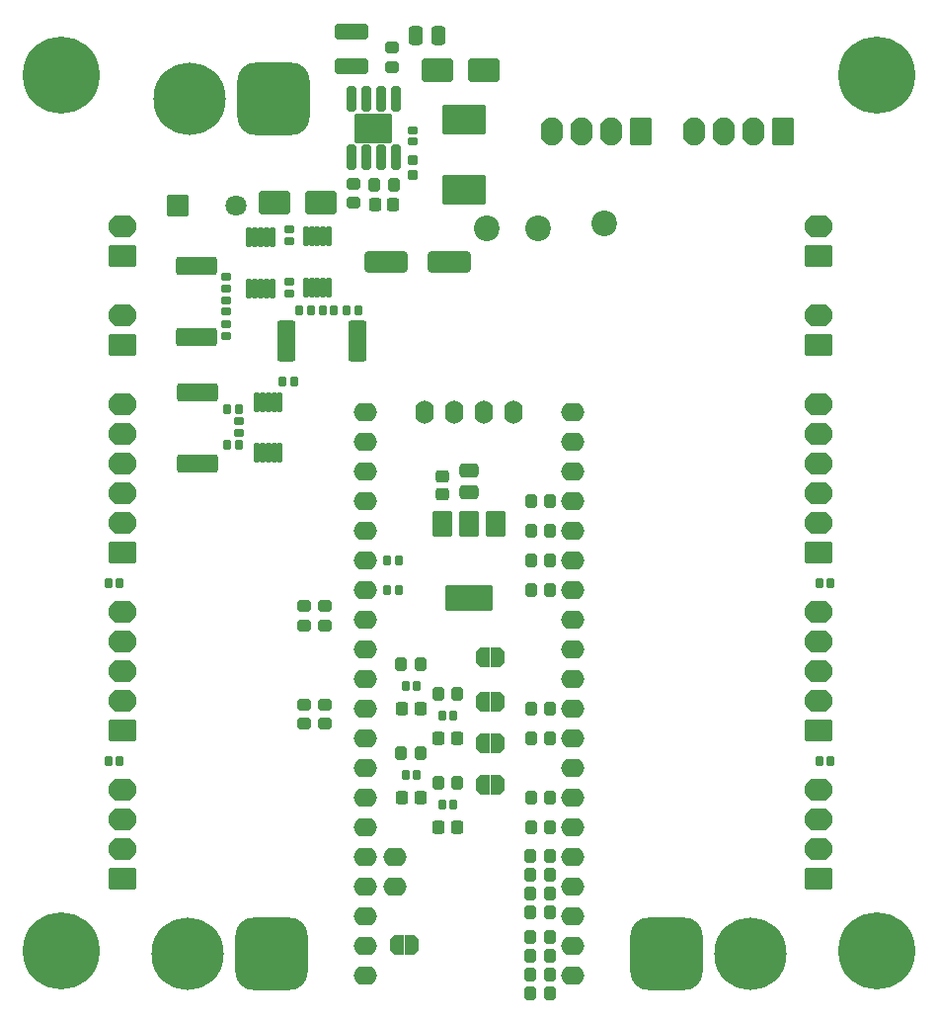
<source format=gbr>
%TF.GenerationSoftware,KiCad,Pcbnew,7.0.10-7.0.10~ubuntu22.04.1*%
%TF.CreationDate,2024-01-22T07:00:45+01:00*%
%TF.ProjectId,RobotMotorController,526f626f-744d-46f7-946f-72436f6e7472,rev?*%
%TF.SameCoordinates,Original*%
%TF.FileFunction,Soldermask,Top*%
%TF.FilePolarity,Negative*%
%FSLAX46Y46*%
G04 Gerber Fmt 4.6, Leading zero omitted, Abs format (unit mm)*
G04 Created by KiCad (PCBNEW 7.0.10-7.0.10~ubuntu22.04.1) date 2024-01-22 07:00:45*
%MOMM*%
%LPD*%
G01*
G04 APERTURE LIST*
G04 Aperture macros list*
%AMRoundRect*
0 Rectangle with rounded corners*
0 $1 Rounding radius*
0 $2 $3 $4 $5 $6 $7 $8 $9 X,Y pos of 4 corners*
0 Add a 4 corners polygon primitive as box body*
4,1,4,$2,$3,$4,$5,$6,$7,$8,$9,$2,$3,0*
0 Add four circle primitives for the rounded corners*
1,1,$1+$1,$2,$3*
1,1,$1+$1,$4,$5*
1,1,$1+$1,$6,$7*
1,1,$1+$1,$8,$9*
0 Add four rect primitives between the rounded corners*
20,1,$1+$1,$2,$3,$4,$5,0*
20,1,$1+$1,$4,$5,$6,$7,0*
20,1,$1+$1,$6,$7,$8,$9,0*
20,1,$1+$1,$8,$9,$2,$3,0*%
%AMFreePoly0*
4,1,38,0.558779,0.830902,0.595106,0.780902,0.600000,0.750000,0.600000,-0.750000,0.580902,-0.808779,0.530902,-0.845106,0.500000,-0.850000,0.000000,-0.850000,-0.015663,-0.844911,-0.071157,-0.844911,-0.099330,-0.840860,-0.235881,-0.800765,-0.261772,-0.788941,-0.381494,-0.712000,-0.403005,-0.693361,-0.496202,-0.585806,-0.511590,-0.561861,-0.570709,-0.432407,-0.578728,-0.405098,-0.598982,-0.264232,
-0.600000,-0.250000,-0.600000,0.250000,-0.598982,0.264232,-0.578728,0.405098,-0.570709,0.432407,-0.511590,0.561861,-0.496202,0.585806,-0.403005,0.693361,-0.381494,0.712000,-0.261772,0.788941,-0.235881,0.800765,-0.099330,0.840860,-0.071157,0.844911,-0.031170,0.844911,-0.030902,0.845106,0.000000,0.850000,0.500000,0.850000,0.558779,0.830902,0.558779,0.830902,$1*%
%AMFreePoly1*
4,1,38,0.015663,0.844911,0.071157,0.844911,0.099330,0.840860,0.235881,0.800765,0.261772,0.788941,0.381494,0.712000,0.403005,0.693361,0.496202,0.585806,0.511590,0.561861,0.570709,0.432407,0.578728,0.405098,0.598982,0.264232,0.600000,0.250000,0.600000,-0.250000,0.598982,-0.264232,0.578728,-0.405098,0.570709,-0.432407,0.511590,-0.561861,0.496202,-0.585806,0.403005,-0.693361,
0.381494,-0.712000,0.261772,-0.788941,0.235881,-0.800765,0.099330,-0.840860,0.071157,-0.844911,0.031170,-0.844911,0.030902,-0.845106,0.000000,-0.850000,-0.500000,-0.850000,-0.558779,-0.830902,-0.595106,-0.780902,-0.600000,-0.750000,-0.600000,0.750000,-0.580902,0.808779,-0.530902,0.845106,-0.500000,0.850000,0.000000,0.850000,0.015663,0.844911,0.015663,0.844911,$1*%
G04 Aperture macros list end*
%ADD10RoundRect,0.250000X-0.250000X-0.325000X0.250000X-0.325000X0.250000X0.325000X-0.250000X0.325000X0*%
%ADD11FreePoly0,0.000000*%
%ADD12FreePoly1,0.000000*%
%ADD13RoundRect,0.185000X0.185000X0.235000X-0.185000X0.235000X-0.185000X-0.235000X0.185000X-0.235000X0*%
%ADD14RoundRect,0.185000X-0.185000X-0.235000X0.185000X-0.235000X0.185000X0.235000X-0.185000X0.235000X0*%
%ADD15RoundRect,0.268750X0.268750X0.306250X-0.268750X0.306250X-0.268750X-0.306250X0.268750X-0.306250X0*%
%ADD16RoundRect,0.285713X1.489287X-0.514287X1.489287X0.514287X-1.489287X0.514287X-1.489287X-0.514287X0*%
%ADD17O,2.000000X1.600000*%
%ADD18O,1.600000X2.000000*%
%ADD19RoundRect,0.100000X-1.750000X1.175000X-1.750000X-1.175000X1.750000X-1.175000X1.750000X1.175000X0*%
%ADD20C,2.200000*%
%ADD21C,1.000000*%
%ADD22C,6.600000*%
%ADD23RoundRect,0.277778X1.072222X0.722222X-1.072222X0.722222X-1.072222X-0.722222X1.072222X-0.722222X0*%
%ADD24RoundRect,0.250000X-0.325000X0.250000X-0.325000X-0.250000X0.325000X-0.250000X0.325000X0.250000X0*%
%ADD25RoundRect,0.100000X-0.750000X1.000000X-0.750000X-1.000000X0.750000X-1.000000X0.750000X1.000000X0*%
%ADD26RoundRect,0.100000X-1.900000X1.000000X-1.900000X-1.000000X1.900000X-1.000000X1.900000X1.000000X0*%
%ADD27RoundRect,0.190000X0.220000X-0.190000X0.220000X0.190000X-0.220000X0.190000X-0.220000X-0.190000X0*%
%ADD28RoundRect,0.278736X0.916264X-0.691264X0.916264X0.691264X-0.916264X0.691264X-0.916264X-0.691264X0*%
%ADD29O,2.390000X1.940000*%
%ADD30RoundRect,0.190000X0.190000X0.220000X-0.190000X0.220000X-0.190000X-0.220000X0.190000X-0.220000X0*%
%ADD31RoundRect,0.275000X0.300000X-0.275000X0.300000X0.275000X-0.300000X0.275000X-0.300000X-0.275000X0*%
%ADD32RoundRect,0.190000X-0.190000X-0.220000X0.190000X-0.220000X0.190000X0.220000X-0.190000X0.220000X0*%
%ADD33RoundRect,0.125000X-0.125000X0.700000X-0.125000X-0.700000X0.125000X-0.700000X0.125000X0.700000X0*%
%ADD34RoundRect,0.200000X-0.200000X0.875000X-0.200000X-0.875000X0.200000X-0.875000X0.200000X0.875000X0*%
%ADD35RoundRect,0.100000X-1.500000X1.145000X-1.500000X-1.145000X1.500000X-1.145000X1.500000X1.145000X0*%
%ADD36RoundRect,0.250000X0.325000X-0.250000X0.325000X0.250000X-0.325000X0.250000X-0.325000X-0.250000X0*%
%ADD37RoundRect,0.125000X0.125000X-0.700000X0.125000X0.700000X-0.125000X0.700000X-0.125000X-0.700000X0*%
%ADD38RoundRect,0.300000X-0.300000X-0.525000X0.300000X-0.525000X0.300000X0.525000X-0.300000X0.525000X0*%
%ADD39RoundRect,0.190000X-0.220000X0.190000X-0.220000X-0.190000X0.220000X-0.190000X0.220000X0.190000X0*%
%ADD40RoundRect,0.100000X-0.800000X-0.800000X0.800000X-0.800000X0.800000X0.800000X-0.800000X0.800000X0*%
%ADD41C,1.800000*%
%ADD42RoundRect,1.550000X1.550000X1.550000X-1.550000X1.550000X-1.550000X-1.550000X1.550000X-1.550000X0*%
%ADD43C,6.200000*%
%ADD44RoundRect,0.210000X0.210000X-0.247500X0.210000X0.247500X-0.210000X0.247500X-0.210000X-0.247500X0*%
%ADD45RoundRect,0.285713X0.514287X1.489287X-0.514287X1.489287X-0.514287X-1.489287X0.514287X-1.489287X0*%
%ADD46RoundRect,0.185000X0.235000X-0.185000X0.235000X0.185000X-0.235000X0.185000X-0.235000X-0.185000X0*%
%ADD47RoundRect,1.550000X-1.550000X-1.550000X1.550000X-1.550000X1.550000X1.550000X-1.550000X1.550000X0*%
%ADD48RoundRect,0.300000X0.525000X-0.300000X0.525000X0.300000X-0.525000X0.300000X-0.525000X-0.300000X0*%
%ADD49RoundRect,0.281250X1.568750X0.618750X-1.568750X0.618750X-1.568750X-0.618750X1.568750X-0.618750X0*%
%ADD50RoundRect,0.278736X0.691264X0.916264X-0.691264X0.916264X-0.691264X-0.916264X0.691264X-0.916264X0*%
%ADD51O,1.940000X2.390000*%
%ADD52RoundRect,0.293478X-1.156522X0.381522X-1.156522X-0.381522X1.156522X-0.381522X1.156522X0.381522X0*%
%ADD53RoundRect,0.275000X0.275000X0.300000X-0.275000X0.300000X-0.275000X-0.300000X0.275000X-0.300000X0*%
%ADD54RoundRect,0.277778X-1.072222X-0.722222X1.072222X-0.722222X1.072222X0.722222X-1.072222X0.722222X0*%
%ADD55RoundRect,0.185000X-0.235000X0.185000X-0.235000X-0.185000X0.235000X-0.185000X0.235000X0.185000X0*%
G04 APERTURE END LIST*
D10*
%TO.C,R12*%
X5323000Y20775000D03*
X6973000Y20775000D03*
%TD*%
D11*
%TO.C,JP3*%
X1180000Y21336000D03*
D12*
X2480000Y21336000D03*
%TD*%
D10*
%TO.C,R1*%
X5275000Y4900000D03*
X6925000Y4900000D03*
%TD*%
D13*
%TO.C,R37*%
X-19758000Y43309000D03*
X-20778000Y43309000D03*
%TD*%
D14*
%TO.C,R44*%
X-10536000Y54900000D03*
X-9516000Y54900000D03*
%TD*%
D15*
%TO.C,D6*%
X-4187500Y20775000D03*
X-5762500Y20775000D03*
%TD*%
D16*
%TO.C,R38*%
X-23300000Y41750000D03*
X-23300000Y47850000D03*
%TD*%
D10*
%TO.C,R13*%
X5323000Y33475000D03*
X6973000Y33475000D03*
%TD*%
%TO.C,R11*%
X5323000Y18235000D03*
X6973000Y18235000D03*
%TD*%
D17*
%TO.C,U1*%
X8890000Y-2085000D03*
X8890000Y455000D03*
X8890000Y2995000D03*
X8890000Y5535000D03*
X8890000Y8075000D03*
X8890000Y10615000D03*
X8890000Y13155000D03*
X8890000Y15695000D03*
X8890000Y18235000D03*
X8890000Y20775000D03*
X8890000Y23315000D03*
X8890000Y25855000D03*
X8890000Y28395000D03*
X8890000Y30935000D03*
X8890000Y33475000D03*
X8890000Y36015000D03*
X8890000Y38555000D03*
X8890000Y41095000D03*
X8890000Y43635000D03*
X8890000Y46175000D03*
X-8890000Y46175000D03*
X-8890000Y43635000D03*
X-8890000Y41095000D03*
X-8890000Y38555000D03*
X-8890000Y36015000D03*
X-8890000Y33475000D03*
X-8890000Y30935000D03*
X-8890000Y28395000D03*
X-8890000Y25855000D03*
X-8890000Y23315000D03*
X-8890000Y20775000D03*
X-8890000Y18235000D03*
X-8890000Y15695000D03*
X-8890000Y13155000D03*
X-8890000Y10615000D03*
X-8890000Y8075000D03*
X-8890000Y5535000D03*
X-8890000Y2995000D03*
X-8890000Y455000D03*
X-8890000Y-2085000D03*
D18*
X3810000Y46175000D03*
X1270000Y46175000D03*
X-1270000Y46175000D03*
X-3810000Y46175000D03*
D17*
X-6350000Y5535000D03*
X-6350000Y8075000D03*
%TD*%
D10*
%TO.C,R9*%
X5323000Y38555000D03*
X6973000Y38555000D03*
%TD*%
D19*
%TO.C,L1*%
X-400000Y71225000D03*
X-400000Y65175000D03*
%TD*%
D20*
%TO.C,TP4*%
X5900000Y61900000D03*
%TD*%
D21*
%TO.C,H1*%
X32600000Y75000000D03*
X33302944Y76697056D03*
X33302944Y73302944D03*
X35000000Y77400000D03*
D22*
X35000000Y75000000D03*
D21*
X35000000Y72600000D03*
X36697056Y76697056D03*
X36697056Y73302944D03*
X37400000Y75000000D03*
%TD*%
D23*
%TO.C,D16*%
X1300000Y75400000D03*
X-2700000Y75400000D03*
%TD*%
D10*
%TO.C,R4*%
X5275000Y-2032000D03*
X6925000Y-2032000D03*
%TD*%
%TO.C,R10*%
X5323000Y36015000D03*
X6973000Y36015000D03*
%TD*%
D24*
%TO.C,R24*%
X-14100000Y29525000D03*
X-14100000Y27875000D03*
%TD*%
D25*
%TO.C,U8*%
X2300000Y36550000D03*
X0Y36550000D03*
D26*
X0Y30250000D03*
D25*
X-2300000Y36550000D03*
%TD*%
D21*
%TO.C,H3*%
X32600000Y0D03*
X33302944Y1697056D03*
X33302944Y-1697056D03*
X35000000Y2400000D03*
D22*
X35000000Y0D03*
D21*
X35000000Y-2400000D03*
X36697056Y1697056D03*
X36697056Y-1697056D03*
X37400000Y0D03*
%TD*%
D27*
%TO.C,C9*%
X-15400000Y56320000D03*
X-15400000Y57280000D03*
%TD*%
D20*
%TO.C,TP15*%
X11600000Y62300000D03*
%TD*%
D28*
%TO.C,M2*%
X29950000Y34110000D03*
D29*
X29950000Y36650000D03*
X29950000Y39190000D03*
X29950000Y41730000D03*
X29950000Y44270000D03*
X29950000Y46810000D03*
%TD*%
D24*
%TO.C,R32*%
X-14100000Y21125000D03*
X-14100000Y19475000D03*
%TD*%
D10*
%TO.C,R15*%
X5275000Y-400000D03*
X6925000Y-400000D03*
%TD*%
D28*
%TO.C,J5*%
X-29740000Y6170000D03*
D29*
X-29740000Y8710000D03*
X-29740000Y11250000D03*
X-29740000Y13790000D03*
%TD*%
D16*
%TO.C,R25*%
X-23400000Y52550000D03*
X-23400000Y58650000D03*
%TD*%
D30*
%TO.C,C5*%
X-11578000Y54900000D03*
X-12538000Y54900000D03*
%TD*%
D28*
%TO.C,P2*%
X29950000Y51890000D03*
D29*
X29950000Y54430000D03*
%TD*%
D10*
%TO.C,R2*%
X5275000Y8128000D03*
X6925000Y8128000D03*
%TD*%
%TO.C,R48*%
X-8125000Y65600000D03*
X-6475000Y65600000D03*
%TD*%
D24*
%TO.C,R31*%
X-12400000Y21125000D03*
X-12400000Y19475000D03*
%TD*%
D31*
%TO.C,C19*%
X-2300000Y39125000D03*
X-2300000Y40675000D03*
%TD*%
D10*
%TO.C,R20*%
X5275000Y6500000D03*
X6925000Y6500000D03*
%TD*%
D30*
%TO.C,C2*%
X-29976000Y31496000D03*
X-30936000Y31496000D03*
%TD*%
D28*
%TO.C,P1*%
X-29740000Y51890000D03*
D29*
X-29740000Y54430000D03*
%TD*%
D13*
%TO.C,R42*%
X-13580000Y54900000D03*
X-14600000Y54900000D03*
%TD*%
D32*
%TO.C,C10*%
X-5455000Y22680000D03*
X-4495000Y22680000D03*
%TD*%
D33*
%TO.C,U4*%
X-12000000Y61200000D03*
X-12500000Y61200000D03*
X-13000000Y61200000D03*
X-13500000Y61200000D03*
X-14000000Y61200000D03*
X-14000000Y56800000D03*
X-13500000Y56800000D03*
X-13000000Y56800000D03*
X-12500000Y56800000D03*
X-12000000Y56800000D03*
%TD*%
D28*
%TO.C,E2*%
X29950000Y18870000D03*
D29*
X29950000Y21410000D03*
X29950000Y23950000D03*
X29950000Y26490000D03*
X29950000Y29030000D03*
%TD*%
D11*
%TO.C,JP5*%
X-6186000Y508000D03*
D12*
X-4886000Y508000D03*
%TD*%
D11*
%TO.C,JP2*%
X1180000Y17780000D03*
D12*
X2480000Y17780000D03*
%TD*%
D34*
%TO.C,U10*%
X-6300000Y72950000D03*
X-7570000Y72950000D03*
X-8840000Y72950000D03*
X-10110000Y72950000D03*
X-10110000Y68000000D03*
X-8840000Y68000000D03*
X-7570000Y68000000D03*
X-6300000Y68000000D03*
D35*
X-8205000Y70475000D03*
%TD*%
D36*
%TO.C,R43*%
X-6640000Y75700302D03*
X-6640000Y77350302D03*
%TD*%
D37*
%TO.C,U2*%
X-18871000Y56769000D03*
X-18371000Y56769000D03*
X-17871000Y56769000D03*
X-17371000Y56769000D03*
X-16871000Y56769000D03*
X-16871000Y61169000D03*
X-17371000Y61169000D03*
X-17871000Y61169000D03*
X-18371000Y61169000D03*
X-18871000Y61169000D03*
%TD*%
D38*
%TO.C,C26*%
X-4550000Y78400000D03*
X-2650000Y78400000D03*
%TD*%
D11*
%TO.C,JP4*%
X1180000Y14224000D03*
D12*
X2480000Y14224000D03*
%TD*%
D39*
%TO.C,C3*%
X-15400000Y61780000D03*
X-15400000Y60820000D03*
%TD*%
D24*
%TO.C,R23*%
X-12400000Y29525000D03*
X-12400000Y27875000D03*
%TD*%
D13*
%TO.C,R6*%
X-5990000Y33475000D03*
X-7010000Y33475000D03*
%TD*%
D27*
%TO.C,C6*%
X-19760000Y44381000D03*
X-19760000Y45341000D03*
%TD*%
D40*
%TO.C,C20*%
X-25002651Y63800000D03*
D41*
X-20002651Y63800000D03*
%TD*%
D10*
%TO.C,R8*%
X5323000Y13155000D03*
X6973000Y13155000D03*
%TD*%
%TO.C,R21*%
X-5800000Y24585000D03*
X-4150000Y24585000D03*
%TD*%
D42*
%TO.C,J10*%
X-16966000Y-254000D03*
D43*
X-24166000Y-254000D03*
%TD*%
D32*
%TO.C,C15*%
X30052000Y16256000D03*
X31012000Y16256000D03*
%TD*%
D27*
%TO.C,C4*%
X-20800000Y54790000D03*
X-20800000Y55750000D03*
%TD*%
D15*
%TO.C,D9*%
X-1012500Y10615000D03*
X-2587500Y10615000D03*
%TD*%
D44*
%TO.C,R45*%
X-4800000Y66502500D03*
X-4800000Y67697500D03*
%TD*%
D45*
%TO.C,R50*%
X-9550000Y52200000D03*
X-15650000Y52200000D03*
%TD*%
D10*
%TO.C,R14*%
X5323000Y30935000D03*
X6973000Y30935000D03*
%TD*%
D28*
%TO.C,J3*%
X29970000Y6170000D03*
D29*
X29970000Y8710000D03*
X29970000Y11250000D03*
X29970000Y13790000D03*
%TD*%
D32*
%TO.C,C18*%
X-15980000Y48800000D03*
X-15020000Y48800000D03*
%TD*%
D46*
%TO.C,R17*%
X-20800000Y56764000D03*
X-20800000Y57784000D03*
%TD*%
D28*
%TO.C,M1*%
X-29740000Y34110000D03*
D29*
X-29740000Y36650000D03*
X-29740000Y39190000D03*
X-29740000Y41730000D03*
X-29740000Y44270000D03*
X-29740000Y46810000D03*
%TD*%
D10*
%TO.C,R18*%
X5275000Y3300000D03*
X6925000Y3300000D03*
%TD*%
D28*
%TO.C,P3*%
X-29740000Y59510000D03*
D29*
X-29740000Y62050000D03*
%TD*%
D47*
%TO.C,J8*%
X16966000Y-254000D03*
D43*
X24166000Y-254000D03*
%TD*%
D15*
%TO.C,D7*%
X-1012500Y18235000D03*
X-2587500Y18235000D03*
%TD*%
D36*
%TO.C,R49*%
X-9900000Y64075000D03*
X-9900000Y65725000D03*
%TD*%
D20*
%TO.C,TP14*%
X1500000Y61900000D03*
%TD*%
D48*
%TO.C,C29*%
X0Y39250000D03*
X0Y41150000D03*
%TD*%
D32*
%TO.C,C12*%
X-5455000Y15060000D03*
X-4495000Y15060000D03*
%TD*%
D10*
%TO.C,R7*%
X5323000Y10615000D03*
X6973000Y10615000D03*
%TD*%
D49*
%TO.C,C42*%
X-1700000Y59000000D03*
X-7100000Y59000000D03*
%TD*%
D50*
%TO.C,J4*%
X26902000Y70198000D03*
D51*
X24362000Y70198000D03*
X21822000Y70198000D03*
X19282000Y70198000D03*
%TD*%
D33*
%TO.C,U5*%
X-16220000Y47033000D03*
X-16720000Y47033000D03*
X-17220000Y47033000D03*
X-17720000Y47033000D03*
X-18220000Y47033000D03*
X-18220000Y42633000D03*
X-17720000Y42633000D03*
X-17220000Y42633000D03*
X-16720000Y42633000D03*
X-16220000Y42633000D03*
%TD*%
D32*
%TO.C,C11*%
X-2280000Y20140000D03*
X-1320000Y20140000D03*
%TD*%
D52*
%TO.C,C24*%
X-10040000Y78700302D03*
X-10040000Y75750302D03*
%TD*%
D32*
%TO.C,C1*%
X30052000Y31496000D03*
X31012000Y31496000D03*
%TD*%
D13*
%TO.C,R36*%
X-19756000Y46357000D03*
X-20776000Y46357000D03*
%TD*%
D39*
%TO.C,C33*%
X-4800000Y70280000D03*
X-4800000Y69320000D03*
%TD*%
D53*
%TO.C,C36*%
X-6525000Y63900000D03*
X-8075000Y63900000D03*
%TD*%
D10*
%TO.C,R30*%
X-2625000Y14425000D03*
X-975000Y14425000D03*
%TD*%
D21*
%TO.C,H2*%
X-37400000Y75000000D03*
X-36697056Y76697056D03*
X-36697056Y73302944D03*
X-35000000Y77400000D03*
D22*
X-35000000Y75000000D03*
D21*
X-35000000Y72600000D03*
X-33302944Y76697056D03*
X-33302944Y73302944D03*
X-32600000Y75000000D03*
%TD*%
D15*
%TO.C,D8*%
X-4187500Y13155000D03*
X-5762500Y13155000D03*
%TD*%
D10*
%TO.C,R5*%
X5275000Y1200000D03*
X6925000Y1200000D03*
%TD*%
D11*
%TO.C,JP1*%
X1180000Y25146000D03*
D12*
X2480000Y25146000D03*
%TD*%
D30*
%TO.C,C14*%
X-29948000Y16256000D03*
X-30908000Y16256000D03*
%TD*%
D28*
%TO.C,E1*%
X-29740000Y18870000D03*
D29*
X-29740000Y21410000D03*
X-29740000Y23950000D03*
X-29740000Y26490000D03*
X-29740000Y29030000D03*
%TD*%
D28*
%TO.C,P4*%
X29950000Y59510000D03*
D29*
X29950000Y62050000D03*
%TD*%
D10*
%TO.C,R29*%
X-5800000Y16965000D03*
X-4150000Y16965000D03*
%TD*%
D50*
%TO.C,J9*%
X14710000Y70178000D03*
D51*
X12170000Y70178000D03*
X9630000Y70178000D03*
X7090000Y70178000D03*
%TD*%
D10*
%TO.C,R22*%
X-2625000Y22045000D03*
X-975000Y22045000D03*
%TD*%
D54*
%TO.C,D15*%
X-16700000Y64100000D03*
X-12700000Y64100000D03*
%TD*%
D42*
%TO.C,J1*%
X-16800000Y73000000D03*
D43*
X-24000000Y73000000D03*
%TD*%
D32*
%TO.C,C13*%
X-2280000Y12520000D03*
X-1320000Y12520000D03*
%TD*%
D13*
%TO.C,R16*%
X-5980000Y30935000D03*
X-7000000Y30935000D03*
%TD*%
D21*
%TO.C,H4*%
X-37400000Y0D03*
X-36697056Y1697056D03*
X-36697056Y-1697056D03*
X-35000000Y2400000D03*
D22*
X-35000000Y0D03*
D21*
X-35000000Y-2400000D03*
X-33302944Y1697056D03*
X-33302944Y-1697056D03*
X-32600000Y0D03*
%TD*%
D55*
%TO.C,R19*%
X-20800000Y53720000D03*
X-20800000Y52700000D03*
%TD*%
D10*
%TO.C,R3*%
X5275000Y-3600000D03*
X6925000Y-3600000D03*
%TD*%
M02*

</source>
